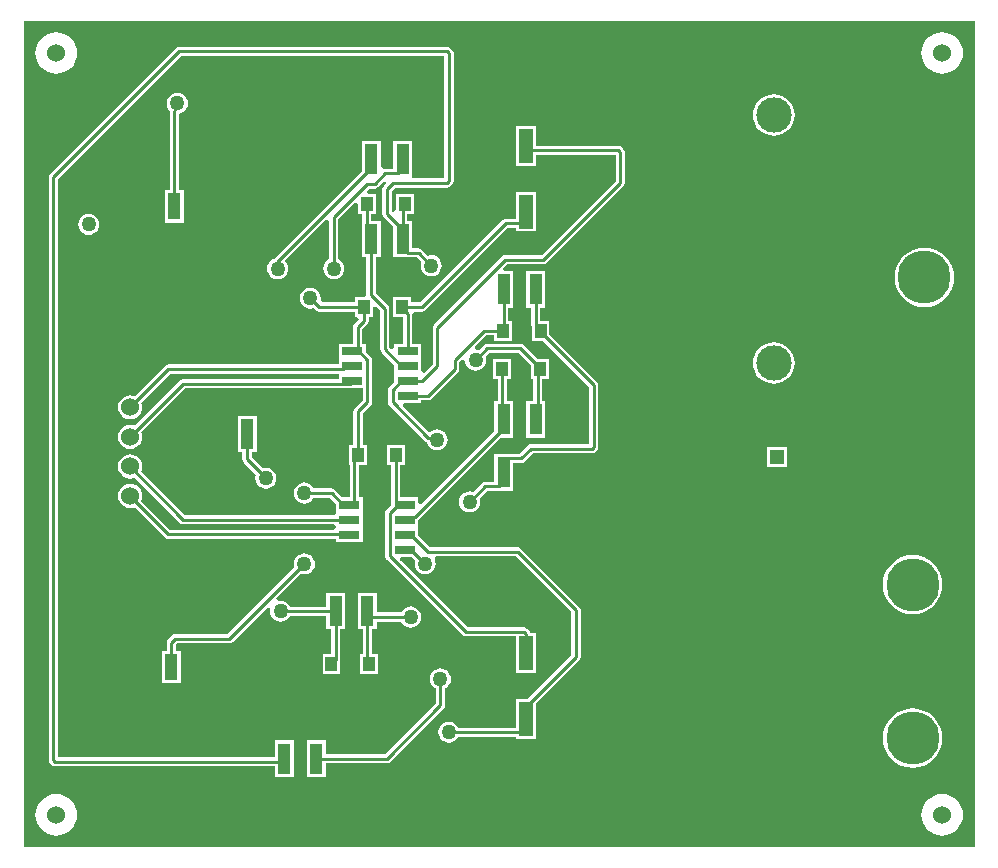
<source format=gbr>
%TF.GenerationSoftware,Altium Limited,Altium Designer,20.0.12 (288)*%
G04 Layer_Physical_Order=1*
G04 Layer_Color=255*
%FSLAX44Y44*%
%MOMM*%
%TF.FileFunction,Copper,L1,Top,Signal*%
%TF.Part,Single*%
G01*
G75*
%TA.AperFunction,SMDPad,CuDef*%
%ADD10R,1.2000X2.8500*%
%ADD11R,1.1000X2.2500*%
%ADD12R,1.1000X2.6000*%
%ADD13R,1.0000X1.2000*%
%ADD14R,1.7800X0.7200*%
%TA.AperFunction,Conductor*%
%ADD15C,0.2540*%
%TA.AperFunction,ComponentPad*%
%ADD16C,1.2000*%
%ADD17R,1.2000X1.2000*%
%TA.AperFunction,TestPad*%
%ADD18C,4.5000*%
%TA.AperFunction,ViaPad*%
%ADD19C,1.5240*%
%TA.AperFunction,ComponentPad*%
%ADD20C,3.0000*%
%ADD21C,1.5240*%
%TA.AperFunction,ViaPad*%
%ADD22C,1.2700*%
G36*
X805000Y0D02*
X0D01*
Y700000D01*
X805000D01*
Y0D01*
D02*
G37*
%LPC*%
G36*
X777500Y690125D02*
X774062Y689786D01*
X770755Y688783D01*
X767708Y687154D01*
X765037Y684963D01*
X762846Y682292D01*
X761217Y679245D01*
X760214Y675938D01*
X759875Y672500D01*
X760214Y669062D01*
X761217Y665755D01*
X762846Y662708D01*
X765037Y660037D01*
X767708Y657846D01*
X770755Y656217D01*
X774062Y655214D01*
X777500Y654875D01*
X780938Y655214D01*
X784245Y656217D01*
X787292Y657846D01*
X789963Y660037D01*
X792154Y662708D01*
X793783Y665755D01*
X794786Y669062D01*
X795125Y672500D01*
X794786Y675938D01*
X793783Y679245D01*
X792154Y682292D01*
X789963Y684963D01*
X787292Y687154D01*
X784245Y688783D01*
X780938Y689786D01*
X777500Y690125D01*
D02*
G37*
G36*
X27500D02*
X24062Y689786D01*
X20755Y688783D01*
X17708Y687154D01*
X15037Y684963D01*
X12845Y682292D01*
X11217Y679245D01*
X10214Y675938D01*
X9875Y672500D01*
X10214Y669062D01*
X11217Y665755D01*
X12845Y662708D01*
X15037Y660037D01*
X17708Y657846D01*
X20755Y656217D01*
X24062Y655214D01*
X27500Y654875D01*
X30938Y655214D01*
X34245Y656217D01*
X37292Y657846D01*
X39963Y660037D01*
X42154Y662708D01*
X43783Y665755D01*
X44786Y669062D01*
X45125Y672500D01*
X44786Y675938D01*
X43783Y679245D01*
X42154Y682292D01*
X39963Y684963D01*
X37292Y687154D01*
X34245Y688783D01*
X30938Y689786D01*
X27500Y690125D01*
D02*
G37*
G36*
X635000Y637625D02*
X631562Y637286D01*
X628255Y636284D01*
X625208Y634655D01*
X622537Y632463D01*
X620345Y629792D01*
X618717Y626745D01*
X617714Y623439D01*
X617375Y620000D01*
X617714Y616562D01*
X618717Y613256D01*
X620345Y610209D01*
X622537Y607538D01*
X625208Y605346D01*
X628255Y603717D01*
X631562Y602714D01*
X635000Y602375D01*
X638438Y602714D01*
X641745Y603717D01*
X644792Y605346D01*
X647463Y607538D01*
X649654Y610209D01*
X651283Y613256D01*
X652286Y616562D01*
X652625Y620000D01*
X652286Y623439D01*
X651283Y626745D01*
X649654Y629792D01*
X647463Y632463D01*
X644792Y634655D01*
X641745Y636284D01*
X638438Y637286D01*
X635000Y637625D01*
D02*
G37*
G36*
X358512Y677872D02*
X131488D01*
X130001Y677577D01*
X128741Y676735D01*
X22253Y570247D01*
X21411Y568987D01*
X21115Y567500D01*
Y73988D01*
X21411Y72501D01*
X22253Y71241D01*
X23741Y69753D01*
X25001Y68911D01*
X26488Y68615D01*
X212460D01*
Y59460D01*
X228540D01*
Y90540D01*
X212460D01*
Y76385D01*
X28885D01*
Y565891D01*
X133097Y670103D01*
X356115D01*
Y566385D01*
X331342D01*
X329040Y566960D01*
X329040Y568925D01*
Y598040D01*
X312960D01*
Y574655D01*
X306158D01*
X304672Y574359D01*
X304580Y574298D01*
X302040Y575656D01*
Y598040D01*
X285960D01*
Y572454D01*
X211805Y498299D01*
X210517Y497765D01*
X208660Y496340D01*
X207235Y494483D01*
X206339Y492321D01*
X206033Y490000D01*
X206339Y487679D01*
X207235Y485517D01*
X208660Y483660D01*
X210517Y482235D01*
X212679Y481339D01*
X215000Y481033D01*
X217321Y481339D01*
X219483Y482235D01*
X221340Y483660D01*
X222765Y485517D01*
X223661Y487679D01*
X223967Y490000D01*
X223661Y492321D01*
X222765Y494483D01*
X221340Y496340D01*
X221309Y496816D01*
X256075Y531582D01*
X258615Y530530D01*
Y498013D01*
X258017Y497766D01*
X256160Y496340D01*
X254735Y494483D01*
X253839Y492321D01*
X253533Y490000D01*
X253839Y487679D01*
X254735Y485517D01*
X256160Y483660D01*
X258017Y482235D01*
X260179Y481339D01*
X262500Y481033D01*
X264821Y481339D01*
X266983Y482235D01*
X268841Y483660D01*
X270266Y485517D01*
X271161Y487679D01*
X271467Y490000D01*
X271161Y492321D01*
X270266Y494483D01*
X268841Y496340D01*
X266983Y497766D01*
X266385Y498013D01*
Y531779D01*
X280613Y546007D01*
X282960Y545036D01*
Y536460D01*
X286616D01*
Y530540D01*
X285960D01*
Y499460D01*
X290116D01*
Y467888D01*
X287893Y466040D01*
X280460D01*
Y461385D01*
X253374D01*
X252927Y461646D01*
X251309Y463800D01*
X251467Y465000D01*
X251161Y467321D01*
X250265Y469483D01*
X248840Y471340D01*
X246983Y472765D01*
X244821Y473661D01*
X242500Y473967D01*
X240179Y473661D01*
X238017Y472765D01*
X236160Y471340D01*
X234735Y469483D01*
X233839Y467321D01*
X233533Y465000D01*
X233839Y462679D01*
X234735Y460517D01*
X236160Y458660D01*
X238017Y457235D01*
X240179Y456339D01*
X242500Y456033D01*
X244821Y456339D01*
X245419Y456587D01*
X247253Y454753D01*
X248513Y453911D01*
X250000Y453615D01*
X280460D01*
Y448960D01*
X282452D01*
X283426Y446420D01*
X279899Y442893D01*
X279057Y441633D01*
X278761Y440146D01*
Y426340D01*
X266760D01*
Y416180D01*
X266760Y414060D01*
X266760D01*
Y413640D01*
X266760D01*
Y408885D01*
X122500D01*
X121013Y408589D01*
X119753Y407747D01*
X93891Y381885D01*
X92652Y382398D01*
X90000Y382748D01*
X87348Y382398D01*
X84876Y381375D01*
X82754Y379746D01*
X81125Y377624D01*
X80101Y375152D01*
X79752Y372500D01*
X80101Y369848D01*
X81125Y367376D01*
X82754Y365254D01*
X84876Y363625D01*
X87348Y362601D01*
X90000Y362252D01*
X92652Y362601D01*
X95124Y363625D01*
X97246Y365254D01*
X98875Y367376D01*
X99899Y369848D01*
X100248Y372500D01*
X99899Y375152D01*
X99385Y376391D01*
X124109Y401115D01*
X264293D01*
X264372Y401110D01*
X266760Y400367D01*
Y396385D01*
X135000D01*
X133514Y396089D01*
X132254Y395247D01*
X93891Y356885D01*
X92652Y357398D01*
X90000Y357747D01*
X87348Y357398D01*
X84876Y356374D01*
X82754Y354746D01*
X81125Y352623D01*
X80101Y350152D01*
X79752Y347500D01*
X80101Y344847D01*
X81125Y342376D01*
X82754Y340253D01*
X84876Y338625D01*
X87348Y337601D01*
X90000Y337252D01*
X92652Y337601D01*
X95124Y338625D01*
X97246Y340253D01*
X98875Y342376D01*
X99899Y344847D01*
X100248Y347500D01*
X99899Y350152D01*
X99385Y351391D01*
X136609Y388615D01*
X275900D01*
X276124Y388660D01*
X287025D01*
Y378531D01*
X280253Y371759D01*
X279411Y370499D01*
X279115Y369012D01*
Y341040D01*
X275460D01*
Y323960D01*
X276115D01*
Y296340D01*
X269754D01*
X263347Y302747D01*
X262087Y303589D01*
X260600Y303885D01*
X245513D01*
X245265Y304483D01*
X243840Y306340D01*
X241983Y307765D01*
X239821Y308661D01*
X237500Y308967D01*
X235179Y308661D01*
X233017Y307765D01*
X231160Y306340D01*
X229735Y304483D01*
X228839Y302321D01*
X228533Y300000D01*
X228839Y297679D01*
X229735Y295517D01*
X231160Y293660D01*
X233017Y292235D01*
X235179Y291339D01*
X237500Y291033D01*
X239821Y291339D01*
X241983Y292235D01*
X243840Y293660D01*
X245265Y295517D01*
X245513Y296115D01*
X258991D01*
X264260Y290846D01*
X264260Y283181D01*
X262464Y281385D01*
X136609D01*
X99385Y318608D01*
X99899Y319848D01*
X100248Y322500D01*
X99899Y325152D01*
X98875Y327624D01*
X97246Y329746D01*
X95124Y331375D01*
X92652Y332398D01*
X90000Y332748D01*
X87348Y332398D01*
X84876Y331375D01*
X82754Y329746D01*
X81125Y327624D01*
X80101Y325152D01*
X79752Y322500D01*
X80101Y319848D01*
X81125Y317376D01*
X82754Y315254D01*
X84876Y313625D01*
X87348Y312602D01*
X90000Y312252D01*
X92652Y312602D01*
X93891Y313115D01*
X132253Y274753D01*
X133513Y273911D01*
X135000Y273615D01*
X262464D01*
X263986Y272094D01*
X264160Y271402D01*
X263011Y268885D01*
X124109D01*
X99385Y293608D01*
X99899Y294848D01*
X100248Y297500D01*
X99899Y300152D01*
X98875Y302624D01*
X97246Y304746D01*
X95124Y306374D01*
X92652Y307398D01*
X90000Y307747D01*
X87348Y307398D01*
X84876Y306374D01*
X82754Y304746D01*
X81125Y302624D01*
X80101Y300152D01*
X79752Y297500D01*
X80101Y294848D01*
X81125Y292376D01*
X82754Y290254D01*
X84876Y288625D01*
X87348Y287601D01*
X90000Y287252D01*
X92652Y287601D01*
X93891Y288115D01*
X119753Y262253D01*
X121013Y261411D01*
X122500Y261115D01*
X264260D01*
Y258660D01*
X287140D01*
Y268820D01*
X287140Y270940D01*
X287140Y273480D01*
Y281520D01*
X287140Y283640D01*
X287140Y286180D01*
Y296340D01*
X283885D01*
Y323960D01*
X290540D01*
Y341040D01*
X286885D01*
Y367403D01*
X293657Y374175D01*
X294499Y375435D01*
X294795Y376922D01*
Y412790D01*
X294499Y414277D01*
X293657Y415537D01*
X289640Y419554D01*
Y426340D01*
X286531D01*
Y438537D01*
X290747Y442753D01*
X291589Y444013D01*
X291885Y445500D01*
Y447000D01*
X291885Y447000D01*
Y448960D01*
X295540D01*
Y457536D01*
X297887Y458508D01*
X301800Y454594D01*
Y421515D01*
X302096Y420028D01*
X302938Y418768D01*
X313560Y408146D01*
X313560Y401360D01*
X313560Y398820D01*
Y394154D01*
X309543Y390137D01*
X308701Y388877D01*
X308405Y387390D01*
Y376922D01*
X308701Y375435D01*
X309543Y374175D01*
X339521Y344197D01*
X340781Y343355D01*
X341263Y343259D01*
X341339Y342679D01*
X342235Y340517D01*
X343660Y338660D01*
X345517Y337235D01*
X347679Y336339D01*
X350000Y336033D01*
X352321Y336339D01*
X354483Y337235D01*
X356340Y338660D01*
X357765Y340517D01*
X358661Y342679D01*
X358967Y345000D01*
X358661Y347321D01*
X357765Y349483D01*
X356340Y351340D01*
X354483Y352765D01*
X352321Y353661D01*
X350000Y353967D01*
X347679Y353661D01*
X345517Y352765D01*
X343660Y351340D01*
X343383Y351322D01*
X321092Y373613D01*
X322064Y375960D01*
X336440D01*
Y378615D01*
X342500D01*
X343987Y378911D01*
X345247Y379753D01*
X367747Y402253D01*
X368589Y403513D01*
X368885Y405000D01*
Y410891D01*
X371044Y413050D01*
X372285Y412776D01*
X373598Y412012D01*
X373839Y410179D01*
X374735Y408017D01*
X376160Y406160D01*
X378017Y404735D01*
X380179Y403839D01*
X382500Y403533D01*
X384821Y403839D01*
X386983Y404735D01*
X388840Y406160D01*
X390265Y408017D01*
X391161Y410179D01*
X391467Y412500D01*
X391161Y414821D01*
X390913Y415419D01*
X394109Y418615D01*
X418891D01*
X429460Y408046D01*
Y396460D01*
X431115D01*
Y378040D01*
X425460D01*
Y346960D01*
X441540D01*
Y378040D01*
X438885D01*
Y396460D01*
X444540D01*
Y413540D01*
X434954D01*
X423247Y425247D01*
X421987Y426089D01*
X420500Y426385D01*
X392500D01*
X391013Y426089D01*
X389753Y425247D01*
X385419Y420913D01*
X384821Y421161D01*
X382988Y421402D01*
X382224Y422715D01*
X381950Y423956D01*
X391609Y433615D01*
X397960D01*
Y428960D01*
X413040D01*
Y446040D01*
X410385D01*
Y456960D01*
X414540D01*
Y488040D01*
X406964D01*
X405992Y490387D01*
X409221Y493615D01*
X440000D01*
X441487Y493911D01*
X442747Y494753D01*
X507747Y559753D01*
X508589Y561013D01*
X508885Y562500D01*
Y588512D01*
X508589Y589999D01*
X507747Y591259D01*
X506259Y592747D01*
X504999Y593589D01*
X503512Y593885D01*
X433540D01*
Y610540D01*
X416460D01*
Y576960D01*
X433540D01*
Y586115D01*
X501115D01*
Y564109D01*
X438391Y501385D01*
X407612D01*
X406126Y501089D01*
X404865Y500247D01*
X347253Y442635D01*
X346411Y441375D01*
X346115Y439888D01*
Y409109D01*
X338980Y401974D01*
X336440Y403026D01*
X336440Y411520D01*
X336440Y413640D01*
X336440D01*
Y414060D01*
X336440D01*
Y426340D01*
X328885D01*
Y451500D01*
X330991Y453615D01*
X337365D01*
X338852Y453911D01*
X340112Y454753D01*
X409869Y524510D01*
X416460D01*
Y521460D01*
X433540D01*
Y555040D01*
X416460D01*
Y532279D01*
X408260D01*
X406773Y531984D01*
X405513Y531142D01*
X335756Y461385D01*
X327540D01*
Y466040D01*
X312460D01*
Y448960D01*
X321115D01*
Y426340D01*
X313560D01*
Y422663D01*
X311329Y421708D01*
X309570Y423156D01*
Y456203D01*
X309274Y457690D01*
X308432Y458950D01*
X297885Y469497D01*
Y499460D01*
X302040D01*
Y530540D01*
X294385D01*
Y536460D01*
X298040D01*
Y553540D01*
X291464D01*
X290492Y555886D01*
X292395Y557789D01*
X297062D01*
X298549Y558085D01*
X299809Y558927D01*
X305846Y564964D01*
X305873Y564959D01*
X306709Y562203D01*
X304753Y560247D01*
X303911Y558987D01*
X303615Y557500D01*
Y536000D01*
X303911Y534514D01*
X304753Y533253D01*
X312960Y525046D01*
Y499460D01*
X324855D01*
X325230Y499385D01*
X332621D01*
X336587Y495420D01*
X336339Y494821D01*
X336033Y492500D01*
X336339Y490179D01*
X337235Y488017D01*
X338660Y486160D01*
X340517Y484735D01*
X342679Y483839D01*
X345000Y483533D01*
X347321Y483839D01*
X349483Y484735D01*
X351340Y486160D01*
X352765Y488017D01*
X353661Y490179D01*
X353967Y492500D01*
X353661Y494821D01*
X352765Y496983D01*
X351340Y498840D01*
X349483Y500265D01*
X347321Y501161D01*
X345000Y501467D01*
X342679Y501161D01*
X342080Y500913D01*
X336977Y506017D01*
X335717Y506859D01*
X334230Y507155D01*
X329040D01*
Y530540D01*
X324885D01*
Y536460D01*
X330040D01*
Y553540D01*
X314960D01*
Y539355D01*
X312420Y538083D01*
X311385Y538857D01*
Y555891D01*
X314109Y558615D01*
X358512D01*
X359999Y558911D01*
X361259Y559753D01*
X362747Y561241D01*
X363589Y562501D01*
X363885Y563988D01*
Y672500D01*
X363589Y673987D01*
X362747Y675247D01*
X361259Y676735D01*
X359999Y677577D01*
X358512Y677872D01*
D02*
G37*
G36*
X130000Y638967D02*
X127679Y638661D01*
X125517Y637765D01*
X123660Y636340D01*
X122235Y634483D01*
X121339Y632321D01*
X121033Y630000D01*
X121339Y627679D01*
X122235Y625517D01*
X123561Y623788D01*
X123490Y623432D01*
Y556540D01*
X119460D01*
Y528960D01*
X135540D01*
Y556540D01*
X131260D01*
Y621199D01*
X132321Y621339D01*
X134483Y622235D01*
X136340Y623660D01*
X137765Y625517D01*
X138661Y627679D01*
X138967Y630000D01*
X138661Y632321D01*
X137765Y634483D01*
X136340Y636340D01*
X134483Y637765D01*
X132321Y638661D01*
X130000Y638967D01*
D02*
G37*
G36*
X55000Y536467D02*
X52679Y536161D01*
X50517Y535266D01*
X48660Y533840D01*
X47235Y531983D01*
X46339Y529821D01*
X46033Y527500D01*
X46339Y525179D01*
X47235Y523017D01*
X48660Y521160D01*
X50517Y519735D01*
X52679Y518839D01*
X55000Y518533D01*
X57321Y518839D01*
X59483Y519735D01*
X61340Y521160D01*
X62765Y523017D01*
X63661Y525179D01*
X63967Y527500D01*
X63661Y529821D01*
X62765Y531983D01*
X61340Y533840D01*
X59483Y535266D01*
X57321Y536161D01*
X55000Y536467D01*
D02*
G37*
G36*
X762500Y507661D02*
X757591Y507178D01*
X752871Y505746D01*
X748521Y503421D01*
X744708Y500292D01*
X741579Y496479D01*
X739254Y492129D01*
X737822Y487409D01*
X737339Y482500D01*
X737822Y477591D01*
X739254Y472871D01*
X741579Y468521D01*
X744708Y464708D01*
X748521Y461579D01*
X752871Y459254D01*
X757591Y457822D01*
X762500Y457339D01*
X767409Y457822D01*
X772129Y459254D01*
X776479Y461579D01*
X780292Y464708D01*
X783421Y468521D01*
X785746Y472871D01*
X787178Y477591D01*
X787661Y482500D01*
X787178Y487409D01*
X785746Y492129D01*
X783421Y496479D01*
X780292Y500292D01*
X776479Y503421D01*
X772129Y505746D01*
X767409Y507178D01*
X762500Y507661D01*
D02*
G37*
G36*
X635000Y427625D02*
X631562Y427286D01*
X628255Y426283D01*
X625208Y424655D01*
X622537Y422463D01*
X620345Y419792D01*
X618717Y416745D01*
X617714Y413439D01*
X617375Y410000D01*
X617714Y406562D01*
X618717Y403256D01*
X620345Y400208D01*
X622537Y397538D01*
X625208Y395346D01*
X628255Y393717D01*
X631562Y392714D01*
X635000Y392375D01*
X638438Y392714D01*
X641745Y393717D01*
X644792Y395346D01*
X647463Y397538D01*
X649654Y400208D01*
X651283Y403256D01*
X652286Y406562D01*
X652625Y410000D01*
X652286Y413439D01*
X651283Y416745D01*
X649654Y419792D01*
X647463Y422463D01*
X644792Y424655D01*
X641745Y426283D01*
X638438Y427286D01*
X635000Y427625D01*
D02*
G37*
G36*
X646040Y339040D02*
X628960D01*
Y321960D01*
X646040D01*
Y339040D01*
D02*
G37*
G36*
X197040Y365541D02*
X180960D01*
Y334461D01*
X185116D01*
Y328500D01*
X185411Y327013D01*
X186253Y325753D01*
X196587Y315419D01*
X196339Y314821D01*
X196033Y312500D01*
X196339Y310179D01*
X197235Y308017D01*
X198660Y306160D01*
X200517Y304735D01*
X202679Y303839D01*
X205000Y303533D01*
X207321Y303839D01*
X209483Y304735D01*
X211340Y306160D01*
X212765Y308017D01*
X213661Y310179D01*
X213967Y312500D01*
X213661Y314821D01*
X212765Y316983D01*
X211340Y318840D01*
X209483Y320265D01*
X207321Y321161D01*
X205000Y321467D01*
X202679Y321161D01*
X202080Y320913D01*
X192885Y330109D01*
Y334461D01*
X197040D01*
Y365541D01*
D02*
G37*
G36*
X441540Y488040D02*
X425460D01*
Y456960D01*
X429616D01*
Y442500D01*
X429911Y441013D01*
X429960Y440940D01*
Y428960D01*
X439546D01*
X478615Y389891D01*
Y341385D01*
X429612D01*
X428125Y341089D01*
X426865Y340247D01*
X419732Y333114D01*
X410730D01*
X410355Y333040D01*
X398460D01*
Y309654D01*
X390770D01*
X389283Y309359D01*
X388023Y308517D01*
X380420Y300913D01*
X379821Y301161D01*
X377500Y301467D01*
X375179Y301161D01*
X373017Y300265D01*
X371160Y298840D01*
X369735Y296983D01*
X368839Y294821D01*
X368533Y292500D01*
X368839Y290179D01*
X369735Y288017D01*
X371160Y286160D01*
X373017Y284735D01*
X375179Y283839D01*
X377500Y283533D01*
X379821Y283839D01*
X381983Y284735D01*
X383840Y286160D01*
X385265Y288017D01*
X386161Y290179D01*
X386467Y292500D01*
X386161Y294821D01*
X385913Y295419D01*
X392379Y301885D01*
X402270D01*
X402645Y301960D01*
X414540D01*
Y325345D01*
X421341D01*
X422828Y325641D01*
X424088Y326483D01*
X431221Y333615D01*
X481012D01*
X482499Y333911D01*
X483759Y334753D01*
X485247Y336241D01*
X486089Y337501D01*
X486385Y338988D01*
Y391500D01*
X486089Y392987D01*
X485247Y394247D01*
X445040Y434454D01*
Y446040D01*
X437385D01*
Y456960D01*
X441540D01*
Y488040D01*
D02*
G37*
G36*
X412540Y413540D02*
X397460D01*
Y396460D01*
X401115D01*
Y378040D01*
X398460D01*
Y352454D01*
X336287Y290281D01*
X333940Y291253D01*
Y296340D01*
X318885D01*
Y323960D01*
X322540D01*
Y341040D01*
X307460D01*
Y323960D01*
X311115D01*
Y296340D01*
X311060D01*
Y289554D01*
X307043Y285537D01*
X306201Y284277D01*
X305905Y282790D01*
Y246922D01*
X306201Y245435D01*
X307043Y244175D01*
X371465Y179753D01*
X372725Y178911D01*
X374212Y178615D01*
X416460D01*
Y147460D01*
X433540D01*
Y181040D01*
X428754D01*
X428464Y182499D01*
X427622Y183759D01*
X426134Y185247D01*
X424874Y186089D01*
X423387Y186385D01*
X375821D01*
X318592Y243613D01*
X319564Y245960D01*
X328446D01*
X331444Y242962D01*
X331179Y242321D01*
X330873Y240000D01*
X331179Y237679D01*
X332075Y235517D01*
X333500Y233660D01*
X335357Y232235D01*
X337519Y231339D01*
X339840Y231033D01*
X342161Y231339D01*
X344323Y232235D01*
X346180Y233660D01*
X347605Y235517D01*
X348501Y237679D01*
X348807Y240000D01*
X348501Y242321D01*
X347915Y243735D01*
X349132Y246275D01*
X416743D01*
X463615Y199403D01*
Y162609D01*
X426546Y125540D01*
X416460D01*
Y101385D01*
X368013D01*
X367765Y101983D01*
X366340Y103840D01*
X364483Y105265D01*
X362321Y106161D01*
X360000Y106467D01*
X357679Y106161D01*
X355517Y105265D01*
X353660Y103840D01*
X352235Y101983D01*
X351339Y99821D01*
X351033Y97500D01*
X351339Y95179D01*
X352235Y93017D01*
X353660Y91160D01*
X355517Y89735D01*
X357679Y88839D01*
X360000Y88533D01*
X362321Y88839D01*
X364483Y89735D01*
X366340Y91160D01*
X367765Y93017D01*
X368013Y93615D01*
X416460D01*
Y91960D01*
X433540D01*
Y121546D01*
X470247Y158253D01*
X471089Y159513D01*
X471385Y161000D01*
Y201012D01*
X471089Y202499D01*
X470247Y203759D01*
X421099Y252907D01*
X419839Y253749D01*
X418352Y254045D01*
X344049D01*
X333940Y264154D01*
Y270940D01*
X333940D01*
Y271360D01*
X333940D01*
Y276992D01*
X334076Y277083D01*
X403954Y346960D01*
X414540D01*
Y378040D01*
X408885D01*
Y396460D01*
X412540D01*
Y413540D01*
D02*
G37*
G36*
X237500Y248967D02*
X235179Y248661D01*
X233017Y247765D01*
X231160Y246340D01*
X229735Y244483D01*
X228839Y242321D01*
X228533Y240000D01*
X228839Y237679D01*
X229087Y237081D01*
X172496Y180490D01*
X128105D01*
X126618Y180194D01*
X125358Y179352D01*
X122128Y176122D01*
X121286Y174861D01*
X120990Y173375D01*
Y166540D01*
X116960D01*
Y138960D01*
X133040D01*
Y166540D01*
X128760D01*
Y171766D01*
X129714Y172720D01*
X174105D01*
X175592Y173016D01*
X176852Y173858D01*
X206638Y203644D01*
X208702Y202403D01*
X208829Y202243D01*
X208533Y200000D01*
X208839Y197679D01*
X209735Y195517D01*
X211160Y193660D01*
X213017Y192235D01*
X215179Y191339D01*
X217500Y191033D01*
X219821Y191339D01*
X221983Y192235D01*
X223840Y193660D01*
X225265Y195517D01*
X225513Y196115D01*
X255960D01*
Y184460D01*
X260115D01*
Y163540D01*
X252960D01*
Y146460D01*
X268040D01*
Y163540D01*
X267885D01*
Y184460D01*
X272040D01*
Y215540D01*
X255960D01*
Y203885D01*
X225513D01*
X225265Y204483D01*
X223840Y206340D01*
X221983Y207765D01*
X219821Y208661D01*
X217500Y208967D01*
X215257Y208671D01*
X215097Y208798D01*
X213856Y210862D01*
X234581Y231587D01*
X235179Y231339D01*
X237500Y231033D01*
X239821Y231339D01*
X241983Y232235D01*
X243840Y233660D01*
X245265Y235517D01*
X246161Y237679D01*
X246467Y240000D01*
X246161Y242321D01*
X245265Y244483D01*
X243840Y246340D01*
X241983Y247765D01*
X239821Y248661D01*
X237500Y248967D01*
D02*
G37*
G36*
X752500Y247661D02*
X747591Y247178D01*
X742871Y245746D01*
X738521Y243421D01*
X734708Y240292D01*
X731579Y236479D01*
X729254Y232129D01*
X727822Y227409D01*
X727339Y222500D01*
X727822Y217591D01*
X729254Y212871D01*
X731579Y208521D01*
X734708Y204708D01*
X738521Y201579D01*
X742871Y199254D01*
X747591Y197822D01*
X752500Y197339D01*
X757409Y197822D01*
X762129Y199254D01*
X766479Y201579D01*
X770292Y204708D01*
X773421Y208521D01*
X775746Y212871D01*
X777178Y217591D01*
X777661Y222500D01*
X777178Y227409D01*
X775746Y232129D01*
X773421Y236479D01*
X770292Y240292D01*
X766479Y243421D01*
X762129Y245746D01*
X757409Y247178D01*
X752500Y247661D01*
D02*
G37*
G36*
X299040Y215540D02*
X282960D01*
Y184460D01*
X287115D01*
Y163540D01*
X284960D01*
Y146460D01*
X300040D01*
Y163540D01*
X294885D01*
Y184460D01*
X299040D01*
Y191115D01*
X319487D01*
X319735Y190517D01*
X321160Y188660D01*
X323017Y187235D01*
X325179Y186339D01*
X327500Y186033D01*
X329821Y186339D01*
X331983Y187235D01*
X333840Y188660D01*
X335265Y190517D01*
X336161Y192679D01*
X336467Y195000D01*
X336161Y197321D01*
X335265Y199483D01*
X333840Y201340D01*
X331983Y202765D01*
X329821Y203661D01*
X327500Y203967D01*
X325179Y203661D01*
X323017Y202765D01*
X321160Y201340D01*
X319735Y199483D01*
X319487Y198885D01*
X299040D01*
Y215540D01*
D02*
G37*
G36*
X352660Y151627D02*
X350339Y151321D01*
X348177Y150425D01*
X346320Y149000D01*
X344895Y147143D01*
X343999Y144981D01*
X343693Y142660D01*
X343999Y140339D01*
X344895Y138177D01*
X346320Y136320D01*
X348177Y134895D01*
X348775Y134647D01*
Y121769D01*
X305891Y78885D01*
X255540D01*
Y90540D01*
X239460D01*
Y59460D01*
X255540D01*
Y71115D01*
X307500D01*
X308987Y71411D01*
X310247Y72253D01*
X355407Y117413D01*
X356249Y118673D01*
X356545Y120160D01*
Y134647D01*
X357143Y134895D01*
X359000Y136320D01*
X360425Y138177D01*
X361321Y140339D01*
X361627Y142660D01*
X361321Y144981D01*
X360425Y147143D01*
X359000Y149000D01*
X357143Y150425D01*
X354981Y151321D01*
X352660Y151627D01*
D02*
G37*
G36*
X752500Y117661D02*
X747591Y117178D01*
X742871Y115746D01*
X738521Y113421D01*
X734708Y110292D01*
X731579Y106479D01*
X729254Y102129D01*
X727822Y97409D01*
X727339Y92500D01*
X727822Y87591D01*
X729254Y82871D01*
X731579Y78521D01*
X734708Y74708D01*
X738521Y71579D01*
X742871Y69254D01*
X747591Y67822D01*
X752500Y67339D01*
X757409Y67822D01*
X762129Y69254D01*
X766479Y71579D01*
X770292Y74708D01*
X773421Y78521D01*
X775746Y82871D01*
X777178Y87591D01*
X777661Y92500D01*
X777178Y97409D01*
X775746Y102129D01*
X773421Y106479D01*
X770292Y110292D01*
X766479Y113421D01*
X762129Y115746D01*
X757409Y117178D01*
X752500Y117661D01*
D02*
G37*
G36*
X777500Y45125D02*
X774062Y44786D01*
X770755Y43783D01*
X767708Y42154D01*
X765037Y39963D01*
X762846Y37292D01*
X761217Y34245D01*
X760214Y30938D01*
X759875Y27500D01*
X760214Y24062D01*
X761217Y20755D01*
X762846Y17708D01*
X765037Y15037D01*
X767708Y12845D01*
X770755Y11217D01*
X774062Y10214D01*
X777500Y9875D01*
X780938Y10214D01*
X784245Y11217D01*
X787292Y12845D01*
X789963Y15037D01*
X792154Y17708D01*
X793783Y20755D01*
X794786Y24062D01*
X795125Y27500D01*
X794786Y30938D01*
X793783Y34245D01*
X792154Y37292D01*
X789963Y39963D01*
X787292Y42154D01*
X784245Y43783D01*
X780938Y44786D01*
X777500Y45125D01*
D02*
G37*
G36*
X27500D02*
X24062Y44786D01*
X20755Y43783D01*
X17708Y42154D01*
X15037Y39963D01*
X12845Y37292D01*
X11217Y34245D01*
X10214Y30938D01*
X9875Y27500D01*
X10214Y24062D01*
X11217Y20755D01*
X12845Y17708D01*
X15037Y15037D01*
X17708Y12845D01*
X20755Y11217D01*
X24062Y10214D01*
X27500Y9875D01*
X30938Y10214D01*
X34245Y11217D01*
X37292Y12845D01*
X39963Y15037D01*
X42154Y17708D01*
X43783Y20755D01*
X44786Y24062D01*
X45125Y27500D01*
X44786Y30938D01*
X43783Y34245D01*
X42154Y37292D01*
X39963Y39963D01*
X37292Y42154D01*
X34245Y43783D01*
X30938Y44786D01*
X27500Y45125D01*
D02*
G37*
%LPD*%
D10*
X425000Y593750D02*
D03*
X425000Y538250D02*
D03*
X425000Y108750D02*
D03*
X425000Y164250D02*
D03*
D11*
X127500Y542750D02*
D03*
Y502250D02*
D03*
X125000Y152750D02*
D03*
Y112250D02*
D03*
D12*
X216000Y350001D02*
D03*
X189000D02*
D03*
X406500Y317500D02*
D03*
X433500D02*
D03*
X406500Y472500D02*
D03*
X433500D02*
D03*
X294000Y515000D02*
D03*
X321001D02*
D03*
X264000Y200000D02*
D03*
X291000D02*
D03*
X321000Y582500D02*
D03*
X294000D02*
D03*
X433500Y362500D02*
D03*
X406500D02*
D03*
X247500Y75000D02*
D03*
X220500D02*
D03*
D13*
X437500Y437500D02*
D03*
X405500D02*
D03*
X322500Y545000D02*
D03*
X290500D02*
D03*
X292500Y155000D02*
D03*
X260500D02*
D03*
X320000Y457500D02*
D03*
X288000D02*
D03*
X405000Y405000D02*
D03*
X437000D02*
D03*
X315000Y332500D02*
D03*
X283000D02*
D03*
D14*
X278200Y420200D02*
D03*
Y407500D02*
D03*
Y394800D02*
D03*
Y382100D02*
D03*
X325000Y420200D02*
D03*
Y407500D02*
D03*
Y394800D02*
D03*
Y382100D02*
D03*
X275700Y290200D02*
D03*
Y277500D02*
D03*
Y264800D02*
D03*
Y252100D02*
D03*
X322500Y290200D02*
D03*
Y277500D02*
D03*
Y264800D02*
D03*
Y252100D02*
D03*
D15*
X128056Y628056D02*
X130000Y630000D01*
X128056Y624113D02*
Y628056D01*
X127375Y623432D02*
X128056Y624113D01*
X127375Y553625D02*
Y623432D01*
X275700Y290200D02*
X277670D01*
X270400D02*
X275700D01*
X408260Y528395D02*
X421895D01*
X350000Y439888D02*
X407612Y497500D01*
X337365Y457500D02*
X408260Y528395D01*
X407612Y497500D02*
X440000D01*
X421895Y528395D02*
X425125Y531625D01*
X350000Y407500D02*
Y439888D01*
X25000Y567500D02*
X131488Y673988D01*
X358512D01*
X360000Y563988D02*
Y672500D01*
X358512Y673988D02*
X360000Y672500D01*
X358512Y562500D02*
X360000Y563988D01*
X334230Y503270D02*
X345000Y492500D01*
X325230Y503270D02*
X334230D01*
X428105Y590000D02*
X503512D01*
X424875Y593230D02*
X428105Y590000D01*
X189000Y328500D02*
Y350001D01*
Y328500D02*
X205000Y312500D01*
X374212Y182500D02*
X423387D01*
X309790Y246922D02*
X374212Y182500D01*
X424875Y161125D02*
Y181012D01*
X423387Y182500D02*
X424875Y181012D01*
X338818Y241022D02*
Y241082D01*
X327800Y252100D02*
X338818Y241082D01*
Y241022D02*
X339840Y240000D01*
X319700Y394800D02*
X325000D01*
X312290Y387390D02*
X319700Y394800D01*
X312290Y376922D02*
Y387390D01*
Y376922D02*
X342268Y346944D01*
X348056D01*
X350000Y345000D01*
X342500Y382500D02*
X365000Y405000D01*
Y412500D02*
X390000Y437500D01*
X365000Y405000D02*
Y412500D01*
X337300Y394800D02*
X350000Y407500D01*
X325000Y382100D02*
X325400Y382500D01*
X342500D01*
X390000Y437500D02*
X405500D01*
X420500Y422500D02*
X437000Y406000D01*
X382500Y412500D02*
X392500Y422500D01*
X420500D01*
X325000Y394800D02*
X337300D01*
X503512Y590000D02*
X505000Y588512D01*
Y562500D02*
Y588512D01*
X440000Y497500D02*
X505000Y562500D01*
X424875Y593230D02*
Y593625D01*
X406500Y438500D02*
Y472500D01*
X405500Y437500D02*
X406500Y438500D01*
X321001Y522500D02*
Y543500D01*
X25000Y73988D02*
Y567500D01*
X218000Y72500D02*
X220500Y75000D01*
X26488Y72500D02*
X218000D01*
X25000Y73988D02*
X26488Y72500D01*
X312500Y562500D02*
X358512D01*
X307500Y557500D02*
X312500Y562500D01*
X321001Y515000D02*
Y522500D01*
X307500Y536000D02*
X321001Y522500D01*
X307500Y536000D02*
Y557500D01*
X290500Y507500D02*
Y545000D01*
X305685Y421515D02*
Y456203D01*
X294000Y467888D02*
X305685Y456203D01*
X294000Y467888D02*
Y515000D01*
X305685Y421515D02*
X319700Y407500D01*
X325000D01*
X321001Y507500D02*
Y515000D01*
Y507500D02*
X325230Y503270D01*
X321001Y543500D02*
X322500Y545000D01*
X262500Y490000D02*
Y533388D01*
X250000Y457500D02*
X288000D01*
X242500Y465000D02*
X250000Y457500D01*
X352660Y120160D02*
Y142660D01*
X307500Y75000D02*
X352660Y120160D01*
X247500Y75000D02*
X307500D01*
X425125Y100730D02*
Y108875D01*
X421895Y97500D02*
X425125Y100730D01*
X360000Y97500D02*
X421895D01*
X418352Y250160D02*
X467500Y201012D01*
X322500Y264800D02*
X327800D01*
X342440Y250160D02*
X418352D01*
X467500Y161000D02*
Y201012D01*
X327800Y264800D02*
X342440Y250160D01*
X425125Y108875D02*
Y118625D01*
X467500Y161000D01*
X278200Y420200D02*
X283500D01*
X282646Y421054D02*
Y440146D01*
X288000Y445500D01*
X277670Y290200D02*
X280000Y292530D01*
Y329500D02*
X283000Y332500D01*
X280000Y292530D02*
Y329500D01*
X290500Y507500D02*
X293000Y505000D01*
X320000Y456500D02*
X325000Y451500D01*
Y420200D02*
Y451500D01*
X320000Y457500D02*
X337365D01*
X317200Y290200D02*
X317330D01*
X315000Y292530D02*
Y332500D01*
Y292530D02*
X317330Y290200D01*
X322500D01*
X425125Y531625D02*
Y541375D01*
X324830Y279830D02*
X331329D01*
X322500Y277500D02*
X324830Y279830D01*
X331329D02*
X406500Y355000D01*
X217500Y200000D02*
X264000D01*
X217500Y200000D02*
X217500Y200000D01*
X174105Y176605D02*
X237500Y240000D01*
X128105Y176605D02*
X174105D01*
X320000Y456500D02*
Y457500D01*
X135000Y277500D02*
X275700D01*
X90000Y322500D02*
X135000Y277500D01*
X122500Y265000D02*
X275500D01*
X90000Y297500D02*
X122500Y265000D01*
X283500Y420200D02*
X290910Y412790D01*
Y376922D02*
Y412790D01*
X283000Y369012D02*
X290910Y376922D01*
X283000Y332500D02*
Y369012D01*
X260600Y300000D02*
X270400Y290200D01*
X237500Y300000D02*
X260600D01*
X124875Y163625D02*
Y173375D01*
X128105Y176605D01*
X264000Y158500D02*
Y200000D01*
X260500Y155000D02*
X264000Y158500D01*
X291000Y199230D02*
Y200000D01*
Y156500D02*
Y199230D01*
Y156500D02*
X292500Y155000D01*
X291000Y199230D02*
X295230Y195000D01*
X327500D01*
X322500Y252100D02*
X327800D01*
X309790Y282790D02*
X317200Y290200D01*
X309790Y246922D02*
Y282790D01*
X429612Y337500D02*
X481012D01*
X437500Y436500D02*
Y437500D01*
Y436500D02*
X482500Y391500D01*
Y338988D02*
Y391500D01*
X481012Y337500D02*
X482500Y338988D01*
X406500Y317500D02*
Y325000D01*
X410730Y329230D01*
X421341D01*
X429612Y337500D01*
X406500Y310000D02*
Y317500D01*
X402270Y305770D02*
X406500Y310000D01*
X390770Y305770D02*
X402270D01*
X377500Y292500D02*
X390770Y305770D01*
X406500Y355000D02*
Y362500D01*
X437000Y405000D02*
Y406000D01*
X288000Y445500D02*
Y447000D01*
X288000D02*
Y457500D01*
X214302Y495302D02*
X294000Y575000D01*
X214302Y490698D02*
X215000Y490000D01*
X214302Y490698D02*
Y495302D01*
X294000Y575000D02*
Y582500D01*
X321000Y575000D02*
Y582500D01*
X316770Y570770D02*
X321000Y575000D01*
X306158Y570770D02*
X316770D01*
X297062Y561674D02*
X306158Y570770D01*
X290786Y561674D02*
X297062D01*
X262500Y533388D02*
X290786Y561674D01*
X433500Y442500D02*
Y472500D01*
Y442500D02*
X437500Y438500D01*
Y437500D02*
Y438500D01*
X433500Y362500D02*
X435000Y364000D01*
Y402999D02*
X437000Y405000D01*
X435000Y364000D02*
Y402999D01*
X405000Y364000D02*
Y405000D01*
Y364000D02*
X406500Y362500D01*
X275500Y265000D02*
X275700Y264800D01*
X275900Y392500D02*
X278200Y394800D01*
X90000Y347500D02*
X135000Y392500D01*
X275900D01*
X90000Y372500D02*
X122500Y405000D01*
X270570Y405170D02*
X272900Y407500D01*
X269252Y405170D02*
X270570D01*
X269082Y405000D02*
X269252Y405170D01*
X122500Y405000D02*
X269082D01*
X272900Y407500D02*
X278200D01*
D16*
X637500Y274500D02*
D03*
D17*
Y330500D02*
D03*
D18*
X762500Y612500D02*
D03*
Y482500D02*
D03*
X752500Y222500D02*
D03*
Y92500D02*
D03*
D19*
X27500Y672500D02*
D03*
Y27500D02*
D03*
X777500D02*
D03*
Y672500D02*
D03*
D20*
X635000Y410000D02*
D03*
Y620000D02*
D03*
D21*
X90000Y272500D02*
D03*
Y297500D02*
D03*
Y322500D02*
D03*
Y347500D02*
D03*
Y372500D02*
D03*
D22*
X345000Y492500D02*
D03*
X55000Y527500D02*
D03*
X205000Y312500D02*
D03*
X339840Y240000D02*
D03*
X382500Y412500D02*
D03*
X262500Y490000D02*
D03*
X242500Y465000D02*
D03*
X352660Y142660D02*
D03*
X360000Y97500D02*
D03*
X350000Y345000D02*
D03*
X217500Y200000D02*
D03*
X237500Y300000D02*
D03*
Y240000D02*
D03*
X327500Y195000D02*
D03*
X377500Y292500D02*
D03*
X130000Y630000D02*
D03*
X215000Y490000D02*
D03*
%TF.MD5,d7ba382073e4cd85906ec2c6a27c8a39*%
M02*

</source>
